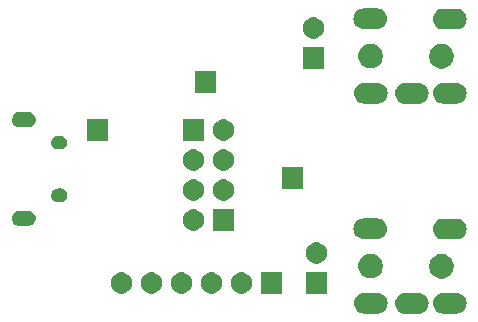
<source format=gbr>
G04 #@! TF.GenerationSoftware,KiCad,Pcbnew,5.1.6+dfsg1-1*
G04 #@! TF.CreationDate,2021-02-27T20:02:44-07:00*
G04 #@! TF.ProjectId,CurrentSensorV1,43757272-656e-4745-9365-6e736f725631,rev?*
G04 #@! TF.SameCoordinates,Original*
G04 #@! TF.FileFunction,Soldermask,Bot*
G04 #@! TF.FilePolarity,Negative*
%FSLAX46Y46*%
G04 Gerber Fmt 4.6, Leading zero omitted, Abs format (unit mm)*
G04 Created by KiCad (PCBNEW 5.1.6+dfsg1-1) date 2021-02-27 20:02:44*
%MOMM*%
%LPD*%
G01*
G04 APERTURE LIST*
%ADD10C,0.100000*%
G04 APERTURE END LIST*
D10*
G36*
X168549684Y-89768955D02*
G01*
X168714815Y-89819047D01*
X168866993Y-89900388D01*
X169000383Y-90009857D01*
X169109852Y-90143247D01*
X169191193Y-90295425D01*
X169241285Y-90460556D01*
X169258198Y-90632280D01*
X169241285Y-90804004D01*
X169191193Y-90969135D01*
X169109852Y-91121313D01*
X169000383Y-91254703D01*
X168866993Y-91364172D01*
X168714815Y-91445513D01*
X168549684Y-91495605D01*
X168420992Y-91508280D01*
X167234928Y-91508280D01*
X167106236Y-91495605D01*
X166941105Y-91445513D01*
X166788927Y-91364172D01*
X166655537Y-91254703D01*
X166546068Y-91121313D01*
X166464727Y-90969135D01*
X166414635Y-90804004D01*
X166397722Y-90632280D01*
X166414635Y-90460556D01*
X166464727Y-90295425D01*
X166546068Y-90143247D01*
X166655537Y-90009857D01*
X166788927Y-89900388D01*
X166941105Y-89819047D01*
X167106236Y-89768955D01*
X167234928Y-89756280D01*
X168420992Y-89756280D01*
X168549684Y-89768955D01*
G37*
G36*
X171770404Y-89753715D02*
G01*
X171935535Y-89803807D01*
X172087713Y-89885148D01*
X172221103Y-89994617D01*
X172330572Y-90128007D01*
X172411913Y-90280185D01*
X172462005Y-90445316D01*
X172478918Y-90617040D01*
X172462005Y-90788764D01*
X172411913Y-90953895D01*
X172330572Y-91106073D01*
X172221103Y-91239463D01*
X172087713Y-91348932D01*
X171935535Y-91430273D01*
X171770404Y-91480365D01*
X171641712Y-91493040D01*
X170455648Y-91493040D01*
X170326956Y-91480365D01*
X170161825Y-91430273D01*
X170009647Y-91348932D01*
X169876257Y-91239463D01*
X169766788Y-91106073D01*
X169685447Y-90953895D01*
X169635355Y-90788764D01*
X169618442Y-90617040D01*
X169635355Y-90445316D01*
X169685447Y-90280185D01*
X169766788Y-90128007D01*
X169876257Y-89994617D01*
X170009647Y-89885148D01*
X170161825Y-89803807D01*
X170326956Y-89753715D01*
X170455648Y-89741040D01*
X171641712Y-89741040D01*
X171770404Y-89753715D01*
G37*
G36*
X165080044Y-89753715D02*
G01*
X165245175Y-89803807D01*
X165397353Y-89885148D01*
X165530743Y-89994617D01*
X165640212Y-90128007D01*
X165721553Y-90280185D01*
X165771645Y-90445316D01*
X165788558Y-90617040D01*
X165771645Y-90788764D01*
X165721553Y-90953895D01*
X165640212Y-91106073D01*
X165530743Y-91239463D01*
X165397353Y-91348932D01*
X165245175Y-91430273D01*
X165080044Y-91480365D01*
X164951352Y-91493040D01*
X163765288Y-91493040D01*
X163636596Y-91480365D01*
X163471465Y-91430273D01*
X163319287Y-91348932D01*
X163185897Y-91239463D01*
X163076428Y-91106073D01*
X162995087Y-90953895D01*
X162944995Y-90788764D01*
X162928082Y-90617040D01*
X162944995Y-90445316D01*
X162995087Y-90280185D01*
X163076428Y-90128007D01*
X163185897Y-89994617D01*
X163319287Y-89885148D01*
X163471465Y-89803807D01*
X163636596Y-89753715D01*
X163765288Y-89741040D01*
X164951352Y-89741040D01*
X165080044Y-89753715D01*
G37*
G36*
X156857000Y-89801000D02*
G01*
X155055000Y-89801000D01*
X155055000Y-87999000D01*
X156857000Y-87999000D01*
X156857000Y-89801000D01*
G37*
G36*
X153529512Y-88003927D02*
G01*
X153678812Y-88033624D01*
X153842784Y-88101544D01*
X153990354Y-88200147D01*
X154115853Y-88325646D01*
X154214456Y-88473216D01*
X154282376Y-88637188D01*
X154317000Y-88811259D01*
X154317000Y-88988741D01*
X154282376Y-89162812D01*
X154214456Y-89326784D01*
X154115853Y-89474354D01*
X153990354Y-89599853D01*
X153842784Y-89698456D01*
X153678812Y-89766376D01*
X153529512Y-89796073D01*
X153504742Y-89801000D01*
X153327258Y-89801000D01*
X153302488Y-89796073D01*
X153153188Y-89766376D01*
X152989216Y-89698456D01*
X152841646Y-89599853D01*
X152716147Y-89474354D01*
X152617544Y-89326784D01*
X152549624Y-89162812D01*
X152515000Y-88988741D01*
X152515000Y-88811259D01*
X152549624Y-88637188D01*
X152617544Y-88473216D01*
X152716147Y-88325646D01*
X152841646Y-88200147D01*
X152989216Y-88101544D01*
X153153188Y-88033624D01*
X153302488Y-88003927D01*
X153327258Y-87999000D01*
X153504742Y-87999000D01*
X153529512Y-88003927D01*
G37*
G36*
X150989512Y-88003927D02*
G01*
X151138812Y-88033624D01*
X151302784Y-88101544D01*
X151450354Y-88200147D01*
X151575853Y-88325646D01*
X151674456Y-88473216D01*
X151742376Y-88637188D01*
X151777000Y-88811259D01*
X151777000Y-88988741D01*
X151742376Y-89162812D01*
X151674456Y-89326784D01*
X151575853Y-89474354D01*
X151450354Y-89599853D01*
X151302784Y-89698456D01*
X151138812Y-89766376D01*
X150989512Y-89796073D01*
X150964742Y-89801000D01*
X150787258Y-89801000D01*
X150762488Y-89796073D01*
X150613188Y-89766376D01*
X150449216Y-89698456D01*
X150301646Y-89599853D01*
X150176147Y-89474354D01*
X150077544Y-89326784D01*
X150009624Y-89162812D01*
X149975000Y-88988741D01*
X149975000Y-88811259D01*
X150009624Y-88637188D01*
X150077544Y-88473216D01*
X150176147Y-88325646D01*
X150301646Y-88200147D01*
X150449216Y-88101544D01*
X150613188Y-88033624D01*
X150762488Y-88003927D01*
X150787258Y-87999000D01*
X150964742Y-87999000D01*
X150989512Y-88003927D01*
G37*
G36*
X148449512Y-88003927D02*
G01*
X148598812Y-88033624D01*
X148762784Y-88101544D01*
X148910354Y-88200147D01*
X149035853Y-88325646D01*
X149134456Y-88473216D01*
X149202376Y-88637188D01*
X149237000Y-88811259D01*
X149237000Y-88988741D01*
X149202376Y-89162812D01*
X149134456Y-89326784D01*
X149035853Y-89474354D01*
X148910354Y-89599853D01*
X148762784Y-89698456D01*
X148598812Y-89766376D01*
X148449512Y-89796073D01*
X148424742Y-89801000D01*
X148247258Y-89801000D01*
X148222488Y-89796073D01*
X148073188Y-89766376D01*
X147909216Y-89698456D01*
X147761646Y-89599853D01*
X147636147Y-89474354D01*
X147537544Y-89326784D01*
X147469624Y-89162812D01*
X147435000Y-88988741D01*
X147435000Y-88811259D01*
X147469624Y-88637188D01*
X147537544Y-88473216D01*
X147636147Y-88325646D01*
X147761646Y-88200147D01*
X147909216Y-88101544D01*
X148073188Y-88033624D01*
X148222488Y-88003927D01*
X148247258Y-87999000D01*
X148424742Y-87999000D01*
X148449512Y-88003927D01*
G37*
G36*
X145909512Y-88003927D02*
G01*
X146058812Y-88033624D01*
X146222784Y-88101544D01*
X146370354Y-88200147D01*
X146495853Y-88325646D01*
X146594456Y-88473216D01*
X146662376Y-88637188D01*
X146697000Y-88811259D01*
X146697000Y-88988741D01*
X146662376Y-89162812D01*
X146594456Y-89326784D01*
X146495853Y-89474354D01*
X146370354Y-89599853D01*
X146222784Y-89698456D01*
X146058812Y-89766376D01*
X145909512Y-89796073D01*
X145884742Y-89801000D01*
X145707258Y-89801000D01*
X145682488Y-89796073D01*
X145533188Y-89766376D01*
X145369216Y-89698456D01*
X145221646Y-89599853D01*
X145096147Y-89474354D01*
X144997544Y-89326784D01*
X144929624Y-89162812D01*
X144895000Y-88988741D01*
X144895000Y-88811259D01*
X144929624Y-88637188D01*
X144997544Y-88473216D01*
X145096147Y-88325646D01*
X145221646Y-88200147D01*
X145369216Y-88101544D01*
X145533188Y-88033624D01*
X145682488Y-88003927D01*
X145707258Y-87999000D01*
X145884742Y-87999000D01*
X145909512Y-88003927D01*
G37*
G36*
X143369512Y-88003927D02*
G01*
X143518812Y-88033624D01*
X143682784Y-88101544D01*
X143830354Y-88200147D01*
X143955853Y-88325646D01*
X144054456Y-88473216D01*
X144122376Y-88637188D01*
X144157000Y-88811259D01*
X144157000Y-88988741D01*
X144122376Y-89162812D01*
X144054456Y-89326784D01*
X143955853Y-89474354D01*
X143830354Y-89599853D01*
X143682784Y-89698456D01*
X143518812Y-89766376D01*
X143369512Y-89796073D01*
X143344742Y-89801000D01*
X143167258Y-89801000D01*
X143142488Y-89796073D01*
X142993188Y-89766376D01*
X142829216Y-89698456D01*
X142681646Y-89599853D01*
X142556147Y-89474354D01*
X142457544Y-89326784D01*
X142389624Y-89162812D01*
X142355000Y-88988741D01*
X142355000Y-88811259D01*
X142389624Y-88637188D01*
X142457544Y-88473216D01*
X142556147Y-88325646D01*
X142681646Y-88200147D01*
X142829216Y-88101544D01*
X142993188Y-88033624D01*
X143142488Y-88003927D01*
X143167258Y-87999000D01*
X143344742Y-87999000D01*
X143369512Y-88003927D01*
G37*
G36*
X160667000Y-89801000D02*
G01*
X158865000Y-89801000D01*
X158865000Y-87999000D01*
X160667000Y-87999000D01*
X160667000Y-89801000D01*
G37*
G36*
X170659284Y-86477149D02*
G01*
X170850553Y-86556375D01*
X170850555Y-86556376D01*
X171022693Y-86671395D01*
X171169085Y-86817787D01*
X171246973Y-86934354D01*
X171284105Y-86989927D01*
X171363331Y-87181196D01*
X171403720Y-87384244D01*
X171403720Y-87591276D01*
X171363331Y-87794324D01*
X171290417Y-87970355D01*
X171284104Y-87985595D01*
X171169085Y-88157733D01*
X171022693Y-88304125D01*
X170850555Y-88419144D01*
X170850554Y-88419145D01*
X170850553Y-88419145D01*
X170659284Y-88498371D01*
X170456236Y-88538760D01*
X170249204Y-88538760D01*
X170046156Y-88498371D01*
X169854887Y-88419145D01*
X169854886Y-88419145D01*
X169854885Y-88419144D01*
X169682747Y-88304125D01*
X169536355Y-88157733D01*
X169421336Y-87985595D01*
X169415023Y-87970355D01*
X169342109Y-87794324D01*
X169301720Y-87591276D01*
X169301720Y-87384244D01*
X169342109Y-87181196D01*
X169421335Y-86989927D01*
X169458468Y-86934354D01*
X169536355Y-86817787D01*
X169682747Y-86671395D01*
X169854885Y-86556376D01*
X169854887Y-86556375D01*
X170046156Y-86477149D01*
X170249204Y-86436760D01*
X170456236Y-86436760D01*
X170659284Y-86477149D01*
G37*
G36*
X164649644Y-86461909D02*
G01*
X164840913Y-86541135D01*
X164840915Y-86541136D01*
X165013053Y-86656155D01*
X165159445Y-86802547D01*
X165247516Y-86934354D01*
X165274465Y-86974687D01*
X165353691Y-87165956D01*
X165394080Y-87369004D01*
X165394080Y-87576036D01*
X165353691Y-87779084D01*
X165274465Y-87970353D01*
X165274464Y-87970355D01*
X165159445Y-88142493D01*
X165013053Y-88288885D01*
X164840915Y-88403904D01*
X164840914Y-88403905D01*
X164840913Y-88403905D01*
X164649644Y-88483131D01*
X164446596Y-88523520D01*
X164239564Y-88523520D01*
X164036516Y-88483131D01*
X163845247Y-88403905D01*
X163845246Y-88403905D01*
X163845245Y-88403904D01*
X163673107Y-88288885D01*
X163526715Y-88142493D01*
X163411696Y-87970355D01*
X163411695Y-87970353D01*
X163332469Y-87779084D01*
X163292080Y-87576036D01*
X163292080Y-87369004D01*
X163332469Y-87165956D01*
X163411695Y-86974687D01*
X163438645Y-86934354D01*
X163526715Y-86802547D01*
X163673107Y-86656155D01*
X163845245Y-86541136D01*
X163845247Y-86541135D01*
X164036516Y-86461909D01*
X164239564Y-86421520D01*
X164446596Y-86421520D01*
X164649644Y-86461909D01*
G37*
G36*
X159879512Y-85463927D02*
G01*
X160028812Y-85493624D01*
X160192784Y-85561544D01*
X160340354Y-85660147D01*
X160465853Y-85785646D01*
X160564456Y-85933216D01*
X160632376Y-86097188D01*
X160667000Y-86271259D01*
X160667000Y-86448741D01*
X160632376Y-86622812D01*
X160564456Y-86786784D01*
X160465853Y-86934354D01*
X160340354Y-87059853D01*
X160192784Y-87158456D01*
X160028812Y-87226376D01*
X159879512Y-87256073D01*
X159854742Y-87261000D01*
X159677258Y-87261000D01*
X159652488Y-87256073D01*
X159503188Y-87226376D01*
X159339216Y-87158456D01*
X159191646Y-87059853D01*
X159066147Y-86934354D01*
X158967544Y-86786784D01*
X158899624Y-86622812D01*
X158865000Y-86448741D01*
X158865000Y-86271259D01*
X158899624Y-86097188D01*
X158967544Y-85933216D01*
X159066147Y-85785646D01*
X159191646Y-85660147D01*
X159339216Y-85561544D01*
X159503188Y-85493624D01*
X159652488Y-85463927D01*
X159677258Y-85459000D01*
X159854742Y-85459000D01*
X159879512Y-85463927D01*
G37*
G36*
X171770404Y-83474835D02*
G01*
X171935535Y-83524927D01*
X172087713Y-83606268D01*
X172221103Y-83715737D01*
X172330572Y-83849127D01*
X172411913Y-84001305D01*
X172462005Y-84166436D01*
X172478918Y-84338160D01*
X172462005Y-84509884D01*
X172411913Y-84675015D01*
X172330572Y-84827193D01*
X172221103Y-84960583D01*
X172087713Y-85070052D01*
X171935535Y-85151393D01*
X171770404Y-85201485D01*
X171641712Y-85214160D01*
X170455648Y-85214160D01*
X170326956Y-85201485D01*
X170161825Y-85151393D01*
X170009647Y-85070052D01*
X169876257Y-84960583D01*
X169766788Y-84827193D01*
X169685447Y-84675015D01*
X169635355Y-84509884D01*
X169618442Y-84338160D01*
X169635355Y-84166436D01*
X169685447Y-84001305D01*
X169766788Y-83849127D01*
X169876257Y-83715737D01*
X170009647Y-83606268D01*
X170161825Y-83524927D01*
X170326956Y-83474835D01*
X170455648Y-83462160D01*
X171641712Y-83462160D01*
X171770404Y-83474835D01*
G37*
G36*
X165049564Y-83449435D02*
G01*
X165214695Y-83499527D01*
X165366873Y-83580868D01*
X165500263Y-83690337D01*
X165609732Y-83823727D01*
X165691073Y-83975905D01*
X165741165Y-84141036D01*
X165758078Y-84312760D01*
X165741165Y-84484484D01*
X165691073Y-84649615D01*
X165609732Y-84801793D01*
X165500263Y-84935183D01*
X165366873Y-85044652D01*
X165214695Y-85125993D01*
X165049564Y-85176085D01*
X164920872Y-85188760D01*
X163734808Y-85188760D01*
X163606116Y-85176085D01*
X163440985Y-85125993D01*
X163288807Y-85044652D01*
X163155417Y-84935183D01*
X163045948Y-84801793D01*
X162964607Y-84649615D01*
X162914515Y-84484484D01*
X162897602Y-84312760D01*
X162914515Y-84141036D01*
X162964607Y-83975905D01*
X163045948Y-83823727D01*
X163155417Y-83690337D01*
X163288807Y-83580868D01*
X163440985Y-83499527D01*
X163606116Y-83449435D01*
X163734808Y-83436760D01*
X164920872Y-83436760D01*
X165049564Y-83449435D01*
G37*
G36*
X152793000Y-84467000D02*
G01*
X150991000Y-84467000D01*
X150991000Y-82665000D01*
X152793000Y-82665000D01*
X152793000Y-84467000D01*
G37*
G36*
X149465512Y-82669927D02*
G01*
X149614812Y-82699624D01*
X149778784Y-82767544D01*
X149926354Y-82866147D01*
X150051853Y-82991646D01*
X150150456Y-83139216D01*
X150218376Y-83303188D01*
X150253000Y-83477259D01*
X150253000Y-83654741D01*
X150218376Y-83828812D01*
X150150456Y-83992784D01*
X150051853Y-84140354D01*
X149926354Y-84265853D01*
X149778784Y-84364456D01*
X149614812Y-84432376D01*
X149465512Y-84462073D01*
X149440742Y-84467000D01*
X149263258Y-84467000D01*
X149238488Y-84462073D01*
X149089188Y-84432376D01*
X148925216Y-84364456D01*
X148777646Y-84265853D01*
X148652147Y-84140354D01*
X148553544Y-83992784D01*
X148485624Y-83828812D01*
X148451000Y-83654741D01*
X148451000Y-83477259D01*
X148485624Y-83303188D01*
X148553544Y-83139216D01*
X148652147Y-82991646D01*
X148777646Y-82866147D01*
X148925216Y-82767544D01*
X149089188Y-82699624D01*
X149238488Y-82669927D01*
X149263258Y-82665000D01*
X149440742Y-82665000D01*
X149465512Y-82669927D01*
G37*
G36*
X135406855Y-82775140D02*
G01*
X135470618Y-82781420D01*
X135561404Y-82808960D01*
X135593336Y-82818646D01*
X135706425Y-82879094D01*
X135805554Y-82960446D01*
X135886906Y-83059575D01*
X135947354Y-83172664D01*
X135947355Y-83172668D01*
X135984580Y-83295382D01*
X135997149Y-83423000D01*
X135984580Y-83550618D01*
X135967698Y-83606269D01*
X135947354Y-83673336D01*
X135886906Y-83786425D01*
X135805554Y-83885554D01*
X135706425Y-83966906D01*
X135593336Y-84027354D01*
X135561404Y-84037040D01*
X135470618Y-84064580D01*
X135406855Y-84070860D01*
X135374974Y-84074000D01*
X134611026Y-84074000D01*
X134579145Y-84070860D01*
X134515382Y-84064580D01*
X134424596Y-84037040D01*
X134392664Y-84027354D01*
X134279575Y-83966906D01*
X134180446Y-83885554D01*
X134099094Y-83786425D01*
X134038646Y-83673336D01*
X134018302Y-83606269D01*
X134001420Y-83550618D01*
X133988851Y-83423000D01*
X134001420Y-83295382D01*
X134038645Y-83172668D01*
X134038646Y-83172664D01*
X134099094Y-83059575D01*
X134180446Y-82960446D01*
X134279575Y-82879094D01*
X134392664Y-82818646D01*
X134424596Y-82808960D01*
X134515382Y-82781420D01*
X134579145Y-82775140D01*
X134611026Y-82772000D01*
X135374974Y-82772000D01*
X135406855Y-82775140D01*
G37*
G36*
X138205916Y-80905334D02*
G01*
X138311156Y-80937259D01*
X138314495Y-80938272D01*
X138350601Y-80957571D01*
X138414557Y-80991756D01*
X138502264Y-81063736D01*
X138574244Y-81151443D01*
X138608429Y-81215399D01*
X138627728Y-81251505D01*
X138627729Y-81251508D01*
X138660666Y-81360084D01*
X138671787Y-81473000D01*
X138660666Y-81585916D01*
X138627729Y-81694492D01*
X138627728Y-81694495D01*
X138608429Y-81730601D01*
X138574244Y-81794557D01*
X138502264Y-81882264D01*
X138414557Y-81954244D01*
X138350601Y-81988429D01*
X138314495Y-82007728D01*
X138314492Y-82007729D01*
X138205916Y-82040666D01*
X138121298Y-82049000D01*
X137864702Y-82049000D01*
X137780084Y-82040666D01*
X137671508Y-82007729D01*
X137671505Y-82007728D01*
X137635399Y-81988429D01*
X137571443Y-81954244D01*
X137483736Y-81882264D01*
X137411756Y-81794557D01*
X137377571Y-81730601D01*
X137358272Y-81694495D01*
X137358271Y-81694492D01*
X137325334Y-81585916D01*
X137314213Y-81473000D01*
X137325334Y-81360084D01*
X137358271Y-81251508D01*
X137358272Y-81251505D01*
X137377571Y-81215399D01*
X137411756Y-81151443D01*
X137483736Y-81063736D01*
X137571443Y-80991756D01*
X137635399Y-80957571D01*
X137671505Y-80938272D01*
X137674844Y-80937259D01*
X137780084Y-80905334D01*
X137864702Y-80897000D01*
X138121298Y-80897000D01*
X138205916Y-80905334D01*
G37*
G36*
X152005512Y-80129927D02*
G01*
X152154812Y-80159624D01*
X152318784Y-80227544D01*
X152466354Y-80326147D01*
X152591853Y-80451646D01*
X152690456Y-80599216D01*
X152758376Y-80763188D01*
X152793000Y-80937259D01*
X152793000Y-81114741D01*
X152758376Y-81288812D01*
X152690456Y-81452784D01*
X152591853Y-81600354D01*
X152466354Y-81725853D01*
X152318784Y-81824456D01*
X152154812Y-81892376D01*
X152005512Y-81922073D01*
X151980742Y-81927000D01*
X151803258Y-81927000D01*
X151778488Y-81922073D01*
X151629188Y-81892376D01*
X151465216Y-81824456D01*
X151317646Y-81725853D01*
X151192147Y-81600354D01*
X151093544Y-81452784D01*
X151025624Y-81288812D01*
X150991000Y-81114741D01*
X150991000Y-80937259D01*
X151025624Y-80763188D01*
X151093544Y-80599216D01*
X151192147Y-80451646D01*
X151317646Y-80326147D01*
X151465216Y-80227544D01*
X151629188Y-80159624D01*
X151778488Y-80129927D01*
X151803258Y-80125000D01*
X151980742Y-80125000D01*
X152005512Y-80129927D01*
G37*
G36*
X149465512Y-80129927D02*
G01*
X149614812Y-80159624D01*
X149778784Y-80227544D01*
X149926354Y-80326147D01*
X150051853Y-80451646D01*
X150150456Y-80599216D01*
X150218376Y-80763188D01*
X150253000Y-80937259D01*
X150253000Y-81114741D01*
X150218376Y-81288812D01*
X150150456Y-81452784D01*
X150051853Y-81600354D01*
X149926354Y-81725853D01*
X149778784Y-81824456D01*
X149614812Y-81892376D01*
X149465512Y-81922073D01*
X149440742Y-81927000D01*
X149263258Y-81927000D01*
X149238488Y-81922073D01*
X149089188Y-81892376D01*
X148925216Y-81824456D01*
X148777646Y-81725853D01*
X148652147Y-81600354D01*
X148553544Y-81452784D01*
X148485624Y-81288812D01*
X148451000Y-81114741D01*
X148451000Y-80937259D01*
X148485624Y-80763188D01*
X148553544Y-80599216D01*
X148652147Y-80451646D01*
X148777646Y-80326147D01*
X148925216Y-80227544D01*
X149089188Y-80159624D01*
X149238488Y-80129927D01*
X149263258Y-80125000D01*
X149440742Y-80125000D01*
X149465512Y-80129927D01*
G37*
G36*
X158635000Y-80911000D02*
G01*
X156833000Y-80911000D01*
X156833000Y-79109000D01*
X158635000Y-79109000D01*
X158635000Y-80911000D01*
G37*
G36*
X152005512Y-77589927D02*
G01*
X152154812Y-77619624D01*
X152318784Y-77687544D01*
X152466354Y-77786147D01*
X152591853Y-77911646D01*
X152690456Y-78059216D01*
X152758376Y-78223188D01*
X152793000Y-78397259D01*
X152793000Y-78574741D01*
X152758376Y-78748812D01*
X152690456Y-78912784D01*
X152591853Y-79060354D01*
X152466354Y-79185853D01*
X152318784Y-79284456D01*
X152154812Y-79352376D01*
X152005512Y-79382073D01*
X151980742Y-79387000D01*
X151803258Y-79387000D01*
X151778488Y-79382073D01*
X151629188Y-79352376D01*
X151465216Y-79284456D01*
X151317646Y-79185853D01*
X151192147Y-79060354D01*
X151093544Y-78912784D01*
X151025624Y-78748812D01*
X150991000Y-78574741D01*
X150991000Y-78397259D01*
X151025624Y-78223188D01*
X151093544Y-78059216D01*
X151192147Y-77911646D01*
X151317646Y-77786147D01*
X151465216Y-77687544D01*
X151629188Y-77619624D01*
X151778488Y-77589927D01*
X151803258Y-77585000D01*
X151980742Y-77585000D01*
X152005512Y-77589927D01*
G37*
G36*
X149465512Y-77589927D02*
G01*
X149614812Y-77619624D01*
X149778784Y-77687544D01*
X149926354Y-77786147D01*
X150051853Y-77911646D01*
X150150456Y-78059216D01*
X150218376Y-78223188D01*
X150253000Y-78397259D01*
X150253000Y-78574741D01*
X150218376Y-78748812D01*
X150150456Y-78912784D01*
X150051853Y-79060354D01*
X149926354Y-79185853D01*
X149778784Y-79284456D01*
X149614812Y-79352376D01*
X149465512Y-79382073D01*
X149440742Y-79387000D01*
X149263258Y-79387000D01*
X149238488Y-79382073D01*
X149089188Y-79352376D01*
X148925216Y-79284456D01*
X148777646Y-79185853D01*
X148652147Y-79060354D01*
X148553544Y-78912784D01*
X148485624Y-78748812D01*
X148451000Y-78574741D01*
X148451000Y-78397259D01*
X148485624Y-78223188D01*
X148553544Y-78059216D01*
X148652147Y-77911646D01*
X148777646Y-77786147D01*
X148925216Y-77687544D01*
X149089188Y-77619624D01*
X149238488Y-77589927D01*
X149263258Y-77585000D01*
X149440742Y-77585000D01*
X149465512Y-77589927D01*
G37*
G36*
X138205916Y-76455334D02*
G01*
X138314492Y-76488271D01*
X138314495Y-76488272D01*
X138350601Y-76507571D01*
X138414557Y-76541756D01*
X138502264Y-76613736D01*
X138574244Y-76701443D01*
X138608429Y-76765399D01*
X138627728Y-76801505D01*
X138627729Y-76801508D01*
X138660666Y-76910084D01*
X138671787Y-77023000D01*
X138660666Y-77135916D01*
X138627729Y-77244492D01*
X138627728Y-77244495D01*
X138608429Y-77280601D01*
X138574244Y-77344557D01*
X138502264Y-77432264D01*
X138414557Y-77504244D01*
X138350601Y-77538429D01*
X138314495Y-77557728D01*
X138314492Y-77557729D01*
X138205916Y-77590666D01*
X138121298Y-77599000D01*
X137864702Y-77599000D01*
X137780084Y-77590666D01*
X137671508Y-77557729D01*
X137671505Y-77557728D01*
X137635399Y-77538429D01*
X137571443Y-77504244D01*
X137483736Y-77432264D01*
X137411756Y-77344557D01*
X137377571Y-77280601D01*
X137358272Y-77244495D01*
X137358271Y-77244492D01*
X137325334Y-77135916D01*
X137314213Y-77023000D01*
X137325334Y-76910084D01*
X137358271Y-76801508D01*
X137358272Y-76801505D01*
X137377571Y-76765399D01*
X137411756Y-76701443D01*
X137483736Y-76613736D01*
X137571443Y-76541756D01*
X137635399Y-76507571D01*
X137671505Y-76488272D01*
X137671508Y-76488271D01*
X137780084Y-76455334D01*
X137864702Y-76447000D01*
X138121298Y-76447000D01*
X138205916Y-76455334D01*
G37*
G36*
X142125000Y-76847000D02*
G01*
X140323000Y-76847000D01*
X140323000Y-75045000D01*
X142125000Y-75045000D01*
X142125000Y-76847000D01*
G37*
G36*
X150253000Y-76847000D02*
G01*
X148451000Y-76847000D01*
X148451000Y-75045000D01*
X150253000Y-75045000D01*
X150253000Y-76847000D01*
G37*
G36*
X152005512Y-75049927D02*
G01*
X152154812Y-75079624D01*
X152318784Y-75147544D01*
X152466354Y-75246147D01*
X152591853Y-75371646D01*
X152690456Y-75519216D01*
X152758376Y-75683188D01*
X152793000Y-75857259D01*
X152793000Y-76034741D01*
X152758376Y-76208812D01*
X152690456Y-76372784D01*
X152591853Y-76520354D01*
X152466354Y-76645853D01*
X152318784Y-76744456D01*
X152154812Y-76812376D01*
X152005512Y-76842073D01*
X151980742Y-76847000D01*
X151803258Y-76847000D01*
X151778488Y-76842073D01*
X151629188Y-76812376D01*
X151465216Y-76744456D01*
X151317646Y-76645853D01*
X151192147Y-76520354D01*
X151093544Y-76372784D01*
X151025624Y-76208812D01*
X150991000Y-76034741D01*
X150991000Y-75857259D01*
X151025624Y-75683188D01*
X151093544Y-75519216D01*
X151192147Y-75371646D01*
X151317646Y-75246147D01*
X151465216Y-75147544D01*
X151629188Y-75079624D01*
X151778488Y-75049927D01*
X151803258Y-75045000D01*
X151980742Y-75045000D01*
X152005512Y-75049927D01*
G37*
G36*
X135406855Y-74425140D02*
G01*
X135470618Y-74431420D01*
X135561404Y-74458960D01*
X135593336Y-74468646D01*
X135706425Y-74529094D01*
X135805554Y-74610446D01*
X135886906Y-74709575D01*
X135947354Y-74822664D01*
X135947355Y-74822668D01*
X135984580Y-74945382D01*
X135997149Y-75073000D01*
X135984580Y-75200618D01*
X135957040Y-75291404D01*
X135947354Y-75323336D01*
X135886906Y-75436425D01*
X135805554Y-75535554D01*
X135706425Y-75616906D01*
X135593336Y-75677354D01*
X135574100Y-75683189D01*
X135470618Y-75714580D01*
X135406855Y-75720860D01*
X135374974Y-75724000D01*
X134611026Y-75724000D01*
X134579145Y-75720860D01*
X134515382Y-75714580D01*
X134411900Y-75683189D01*
X134392664Y-75677354D01*
X134279575Y-75616906D01*
X134180446Y-75535554D01*
X134099094Y-75436425D01*
X134038646Y-75323336D01*
X134028960Y-75291404D01*
X134001420Y-75200618D01*
X133988851Y-75073000D01*
X134001420Y-74945382D01*
X134038645Y-74822668D01*
X134038646Y-74822664D01*
X134099094Y-74709575D01*
X134180446Y-74610446D01*
X134279575Y-74529094D01*
X134392664Y-74468646D01*
X134424596Y-74458960D01*
X134515382Y-74431420D01*
X134579145Y-74425140D01*
X134611026Y-74422000D01*
X135374974Y-74422000D01*
X135406855Y-74425140D01*
G37*
G36*
X168549684Y-71988955D02*
G01*
X168714815Y-72039047D01*
X168866993Y-72120388D01*
X169000383Y-72229857D01*
X169109852Y-72363247D01*
X169191193Y-72515425D01*
X169241285Y-72680556D01*
X169258198Y-72852280D01*
X169241285Y-73024004D01*
X169191193Y-73189135D01*
X169109852Y-73341313D01*
X169000383Y-73474703D01*
X168866993Y-73584172D01*
X168714815Y-73665513D01*
X168549684Y-73715605D01*
X168420992Y-73728280D01*
X167234928Y-73728280D01*
X167106236Y-73715605D01*
X166941105Y-73665513D01*
X166788927Y-73584172D01*
X166655537Y-73474703D01*
X166546068Y-73341313D01*
X166464727Y-73189135D01*
X166414635Y-73024004D01*
X166397722Y-72852280D01*
X166414635Y-72680556D01*
X166464727Y-72515425D01*
X166546068Y-72363247D01*
X166655537Y-72229857D01*
X166788927Y-72120388D01*
X166941105Y-72039047D01*
X167106236Y-71988955D01*
X167234928Y-71976280D01*
X168420992Y-71976280D01*
X168549684Y-71988955D01*
G37*
G36*
X171770404Y-71973715D02*
G01*
X171935535Y-72023807D01*
X172087713Y-72105148D01*
X172221103Y-72214617D01*
X172330572Y-72348007D01*
X172411913Y-72500185D01*
X172462005Y-72665316D01*
X172478918Y-72837040D01*
X172462005Y-73008764D01*
X172411913Y-73173895D01*
X172330572Y-73326073D01*
X172221103Y-73459463D01*
X172087713Y-73568932D01*
X171935535Y-73650273D01*
X171770404Y-73700365D01*
X171641712Y-73713040D01*
X170455648Y-73713040D01*
X170326956Y-73700365D01*
X170161825Y-73650273D01*
X170009647Y-73568932D01*
X169876257Y-73459463D01*
X169766788Y-73326073D01*
X169685447Y-73173895D01*
X169635355Y-73008764D01*
X169618442Y-72837040D01*
X169635355Y-72665316D01*
X169685447Y-72500185D01*
X169766788Y-72348007D01*
X169876257Y-72214617D01*
X170009647Y-72105148D01*
X170161825Y-72023807D01*
X170326956Y-71973715D01*
X170455648Y-71961040D01*
X171641712Y-71961040D01*
X171770404Y-71973715D01*
G37*
G36*
X165080044Y-71973715D02*
G01*
X165245175Y-72023807D01*
X165397353Y-72105148D01*
X165530743Y-72214617D01*
X165640212Y-72348007D01*
X165721553Y-72500185D01*
X165771645Y-72665316D01*
X165788558Y-72837040D01*
X165771645Y-73008764D01*
X165721553Y-73173895D01*
X165640212Y-73326073D01*
X165530743Y-73459463D01*
X165397353Y-73568932D01*
X165245175Y-73650273D01*
X165080044Y-73700365D01*
X164951352Y-73713040D01*
X163765288Y-73713040D01*
X163636596Y-73700365D01*
X163471465Y-73650273D01*
X163319287Y-73568932D01*
X163185897Y-73459463D01*
X163076428Y-73326073D01*
X162995087Y-73173895D01*
X162944995Y-73008764D01*
X162928082Y-72837040D01*
X162944995Y-72665316D01*
X162995087Y-72500185D01*
X163076428Y-72348007D01*
X163185897Y-72214617D01*
X163319287Y-72105148D01*
X163471465Y-72023807D01*
X163636596Y-71973715D01*
X163765288Y-71961040D01*
X164951352Y-71961040D01*
X165080044Y-71973715D01*
G37*
G36*
X151269000Y-72783000D02*
G01*
X149467000Y-72783000D01*
X149467000Y-70981000D01*
X151269000Y-70981000D01*
X151269000Y-72783000D01*
G37*
G36*
X170659284Y-68697149D02*
G01*
X170850553Y-68776375D01*
X170850555Y-68776376D01*
X170999885Y-68876155D01*
X171022693Y-68891395D01*
X171169085Y-69037787D01*
X171284105Y-69209927D01*
X171363331Y-69401196D01*
X171403720Y-69604244D01*
X171403720Y-69811276D01*
X171363331Y-70014324D01*
X171290417Y-70190355D01*
X171284104Y-70205595D01*
X171169085Y-70377733D01*
X171022693Y-70524125D01*
X170850555Y-70639144D01*
X170850554Y-70639145D01*
X170850553Y-70639145D01*
X170659284Y-70718371D01*
X170456236Y-70758760D01*
X170249204Y-70758760D01*
X170046156Y-70718371D01*
X169854887Y-70639145D01*
X169854886Y-70639145D01*
X169854885Y-70639144D01*
X169682747Y-70524125D01*
X169536355Y-70377733D01*
X169421336Y-70205595D01*
X169415023Y-70190355D01*
X169342109Y-70014324D01*
X169301720Y-69811276D01*
X169301720Y-69604244D01*
X169342109Y-69401196D01*
X169421335Y-69209927D01*
X169536355Y-69037787D01*
X169682747Y-68891395D01*
X169705555Y-68876155D01*
X169854885Y-68776376D01*
X169854887Y-68776375D01*
X170046156Y-68697149D01*
X170249204Y-68656760D01*
X170456236Y-68656760D01*
X170659284Y-68697149D01*
G37*
G36*
X160413000Y-70751000D02*
G01*
X158611000Y-70751000D01*
X158611000Y-68949000D01*
X160413000Y-68949000D01*
X160413000Y-70751000D01*
G37*
G36*
X164649644Y-68681909D02*
G01*
X164840913Y-68761135D01*
X164840915Y-68761136D01*
X164863723Y-68776376D01*
X165013053Y-68876155D01*
X165159445Y-69022547D01*
X165274465Y-69194687D01*
X165353691Y-69385956D01*
X165394080Y-69589004D01*
X165394080Y-69796036D01*
X165353691Y-69999084D01*
X165274465Y-70190353D01*
X165274464Y-70190355D01*
X165159445Y-70362493D01*
X165013053Y-70508885D01*
X164840915Y-70623904D01*
X164840914Y-70623905D01*
X164840913Y-70623905D01*
X164649644Y-70703131D01*
X164446596Y-70743520D01*
X164239564Y-70743520D01*
X164036516Y-70703131D01*
X163845247Y-70623905D01*
X163845246Y-70623905D01*
X163845245Y-70623904D01*
X163673107Y-70508885D01*
X163526715Y-70362493D01*
X163411696Y-70190355D01*
X163411695Y-70190353D01*
X163332469Y-69999084D01*
X163292080Y-69796036D01*
X163292080Y-69589004D01*
X163332469Y-69385956D01*
X163411695Y-69194687D01*
X163526715Y-69022547D01*
X163673107Y-68876155D01*
X163822437Y-68776376D01*
X163845245Y-68761136D01*
X163845247Y-68761135D01*
X164036516Y-68681909D01*
X164239564Y-68641520D01*
X164446596Y-68641520D01*
X164649644Y-68681909D01*
G37*
G36*
X159625512Y-66413927D02*
G01*
X159774812Y-66443624D01*
X159938784Y-66511544D01*
X160086354Y-66610147D01*
X160211853Y-66735646D01*
X160310456Y-66883216D01*
X160378376Y-67047188D01*
X160413000Y-67221259D01*
X160413000Y-67398741D01*
X160378376Y-67572812D01*
X160310456Y-67736784D01*
X160211853Y-67884354D01*
X160086354Y-68009853D01*
X159938784Y-68108456D01*
X159774812Y-68176376D01*
X159625512Y-68206073D01*
X159600742Y-68211000D01*
X159423258Y-68211000D01*
X159398488Y-68206073D01*
X159249188Y-68176376D01*
X159085216Y-68108456D01*
X158937646Y-68009853D01*
X158812147Y-67884354D01*
X158713544Y-67736784D01*
X158645624Y-67572812D01*
X158611000Y-67398741D01*
X158611000Y-67221259D01*
X158645624Y-67047188D01*
X158713544Y-66883216D01*
X158812147Y-66735646D01*
X158937646Y-66610147D01*
X159085216Y-66511544D01*
X159249188Y-66443624D01*
X159398488Y-66413927D01*
X159423258Y-66409000D01*
X159600742Y-66409000D01*
X159625512Y-66413927D01*
G37*
G36*
X171770404Y-65694835D02*
G01*
X171935535Y-65744927D01*
X172087713Y-65826268D01*
X172221103Y-65935737D01*
X172330572Y-66069127D01*
X172411913Y-66221305D01*
X172462005Y-66386436D01*
X172478918Y-66558160D01*
X172462005Y-66729884D01*
X172411913Y-66895015D01*
X172330572Y-67047193D01*
X172221103Y-67180583D01*
X172087713Y-67290052D01*
X171935535Y-67371393D01*
X171770404Y-67421485D01*
X171641712Y-67434160D01*
X170455648Y-67434160D01*
X170326956Y-67421485D01*
X170161825Y-67371393D01*
X170009647Y-67290052D01*
X169876257Y-67180583D01*
X169766788Y-67047193D01*
X169685447Y-66895015D01*
X169635355Y-66729884D01*
X169618442Y-66558160D01*
X169635355Y-66386436D01*
X169685447Y-66221305D01*
X169766788Y-66069127D01*
X169876257Y-65935737D01*
X170009647Y-65826268D01*
X170161825Y-65744927D01*
X170326956Y-65694835D01*
X170455648Y-65682160D01*
X171641712Y-65682160D01*
X171770404Y-65694835D01*
G37*
G36*
X165049564Y-65669435D02*
G01*
X165214695Y-65719527D01*
X165366873Y-65800868D01*
X165500263Y-65910337D01*
X165609732Y-66043727D01*
X165691073Y-66195905D01*
X165741165Y-66361036D01*
X165758078Y-66532760D01*
X165741165Y-66704484D01*
X165691073Y-66869615D01*
X165609732Y-67021793D01*
X165500263Y-67155183D01*
X165366873Y-67264652D01*
X165214695Y-67345993D01*
X165049564Y-67396085D01*
X164920872Y-67408760D01*
X163734808Y-67408760D01*
X163606116Y-67396085D01*
X163440985Y-67345993D01*
X163288807Y-67264652D01*
X163155417Y-67155183D01*
X163045948Y-67021793D01*
X162964607Y-66869615D01*
X162914515Y-66704484D01*
X162897602Y-66532760D01*
X162914515Y-66361036D01*
X162964607Y-66195905D01*
X163045948Y-66043727D01*
X163155417Y-65910337D01*
X163288807Y-65800868D01*
X163440985Y-65719527D01*
X163606116Y-65669435D01*
X163734808Y-65656760D01*
X164920872Y-65656760D01*
X165049564Y-65669435D01*
G37*
M02*

</source>
